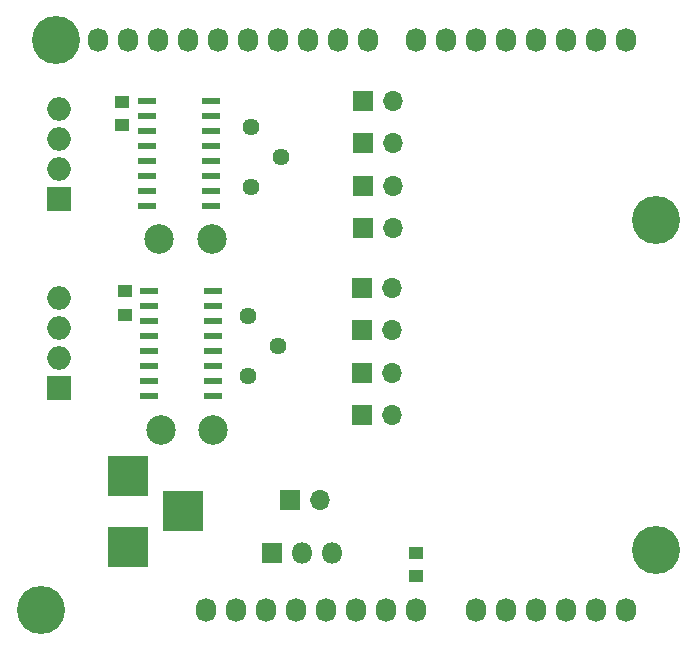
<source format=gbr>
G04 #@! TF.GenerationSoftware,KiCad,Pcbnew,(5.0.0-rc3-dev-14-g1a2291879)*
G04 #@! TF.CreationDate,2019-01-08T02:03:16-05:00*
G04 #@! TF.ProjectId,LoadCellShield,4C6F616443656C6C536869656C642E6B,rev?*
G04 #@! TF.SameCoordinates,Original*
G04 #@! TF.FileFunction,Soldermask,Top*
G04 #@! TF.FilePolarity,Negative*
%FSLAX46Y46*%
G04 Gerber Fmt 4.6, Leading zero omitted, Abs format (unit mm)*
G04 Created by KiCad (PCBNEW (5.0.0-rc3-dev-14-g1a2291879)) date 01/08/19 02:03:16*
%MOMM*%
%LPD*%
G01*
G04 APERTURE LIST*
%ADD10R,1.500000X0.600000*%
%ADD11C,2.499360*%
%ADD12R,3.500000X3.500000*%
%ADD13O,1.998980X1.998980*%
%ADD14R,1.998980X1.998980*%
%ADD15O,1.727200X2.032000*%
%ADD16C,4.064000*%
%ADD17R,1.250000X1.000000*%
%ADD18C,1.440000*%
%ADD19O,1.700000X1.700000*%
%ADD20R,1.700000X1.700000*%
%ADD21O,1.800000X1.800000*%
%ADD22R,1.800000X1.800000*%
G04 APERTURE END LIST*
D10*
G04 #@! TO.C,IC2*
X139387504Y-80803508D03*
X139387504Y-82073508D03*
X139387504Y-83343508D03*
X139387504Y-84613508D03*
X139387504Y-85883508D03*
X139387504Y-87153508D03*
X139387504Y-88423508D03*
X139387504Y-89693508D03*
X133987504Y-89693508D03*
X133987504Y-88423508D03*
X133987504Y-87153508D03*
X133987504Y-85883508D03*
X133987504Y-84613508D03*
X133987504Y-83343508D03*
X133987504Y-82073508D03*
X133987504Y-80803508D03*
G04 #@! TD*
D11*
G04 #@! TO.C,TP11*
X135001000Y-92456000D03*
G04 #@! TD*
G04 #@! TO.C,TP12*
X139446000Y-92456000D03*
G04 #@! TD*
G04 #@! TO.C,TP10*
X139573000Y-108585000D03*
G04 #@! TD*
G04 #@! TO.C,TP9*
X135128000Y-108585000D03*
G04 #@! TD*
D12*
G04 #@! TO.C,J7*
X132334000Y-112491000D03*
X132334000Y-118491000D03*
X137034000Y-115491000D03*
G04 #@! TD*
D13*
G04 #@! TO.C,J2*
X126492000Y-83947000D03*
X126492000Y-86487000D03*
D14*
X126492000Y-89027000D03*
D13*
X126492000Y-81407000D03*
G04 #@! TD*
D15*
G04 #@! TO.C,P1*
X138938000Y-123825000D03*
X141478000Y-123825000D03*
X144018000Y-123825000D03*
X146558000Y-123825000D03*
X149098000Y-123825000D03*
X151638000Y-123825000D03*
X154178000Y-123825000D03*
X156718000Y-123825000D03*
G04 #@! TD*
G04 #@! TO.C,P2*
X161798000Y-123825000D03*
X164338000Y-123825000D03*
X166878000Y-123825000D03*
X169418000Y-123825000D03*
X171958000Y-123825000D03*
X174498000Y-123825000D03*
G04 #@! TD*
G04 #@! TO.C,P3*
X129794000Y-75565000D03*
X132334000Y-75565000D03*
X134874000Y-75565000D03*
X137414000Y-75565000D03*
X139954000Y-75565000D03*
X142494000Y-75565000D03*
X145034000Y-75565000D03*
X147574000Y-75565000D03*
X150114000Y-75565000D03*
X152654000Y-75565000D03*
G04 #@! TD*
G04 #@! TO.C,P4*
X156718000Y-75565000D03*
X159258000Y-75565000D03*
X161798000Y-75565000D03*
X164338000Y-75565000D03*
X166878000Y-75565000D03*
X169418000Y-75565000D03*
X171958000Y-75565000D03*
X174498000Y-75565000D03*
G04 #@! TD*
D16*
G04 #@! TO.C,P5*
X124968000Y-123825000D03*
G04 #@! TD*
G04 #@! TO.C,P6*
X177038000Y-118745000D03*
G04 #@! TD*
G04 #@! TO.C,P7*
X126238000Y-75565000D03*
G04 #@! TD*
G04 #@! TO.C,P8*
X177038000Y-90805000D03*
G04 #@! TD*
D17*
G04 #@! TO.C,C1*
X132087640Y-96849260D03*
X132087640Y-98849260D03*
G04 #@! TD*
G04 #@! TO.C,C2*
X131900685Y-82829096D03*
X131900685Y-80829096D03*
G04 #@! TD*
D10*
G04 #@! TO.C,IC1*
X134187640Y-96863344D03*
X134187640Y-98133344D03*
X134187640Y-99403344D03*
X134187640Y-100673344D03*
X134187640Y-101943344D03*
X134187640Y-103213344D03*
X134187640Y-104483344D03*
X134187640Y-105753344D03*
X139587640Y-105753344D03*
X139587640Y-104483344D03*
X139587640Y-103213344D03*
X139587640Y-101943344D03*
X139587640Y-100673344D03*
X139587640Y-99403344D03*
X139587640Y-98133344D03*
X139587640Y-96863344D03*
G04 #@! TD*
D13*
G04 #@! TO.C,J1*
X126492000Y-97409000D03*
D14*
X126492000Y-105029000D03*
D13*
X126492000Y-102489000D03*
X126492000Y-99949000D03*
G04 #@! TD*
D18*
G04 #@! TO.C,RV1*
X142494000Y-104013000D03*
X145034000Y-101473000D03*
X142494000Y-98933000D03*
G04 #@! TD*
G04 #@! TO.C,RV2*
X142748000Y-82931000D03*
X145288000Y-85471000D03*
X142748000Y-88011000D03*
G04 #@! TD*
D19*
G04 #@! TO.C,TP1*
X154775232Y-91527945D03*
D20*
X152235232Y-91527945D03*
G04 #@! TD*
G04 #@! TO.C,TP2*
X152235232Y-87927945D03*
D19*
X154775232Y-87927945D03*
G04 #@! TD*
G04 #@! TO.C,TP3*
X154775232Y-84327945D03*
D20*
X152235232Y-84327945D03*
G04 #@! TD*
G04 #@! TO.C,TP4*
X152235232Y-80727945D03*
D19*
X154775232Y-80727945D03*
G04 #@! TD*
G04 #@! TO.C,TP5*
X154742641Y-107386568D03*
D20*
X152202641Y-107386568D03*
G04 #@! TD*
G04 #@! TO.C,TP6*
X152202641Y-103786568D03*
D19*
X154742641Y-103786568D03*
G04 #@! TD*
G04 #@! TO.C,TP7*
X154742641Y-100186568D03*
D20*
X152202641Y-100186568D03*
G04 #@! TD*
G04 #@! TO.C,TP8*
X152202641Y-96586568D03*
D19*
X154742641Y-96586568D03*
G04 #@! TD*
D17*
G04 #@! TO.C,C3*
X156718000Y-119015000D03*
X156718000Y-121015000D03*
G04 #@! TD*
D21*
G04 #@! TO.C,U1*
X149606000Y-118999000D03*
X147066000Y-118999000D03*
D22*
X144526000Y-118999000D03*
G04 #@! TD*
D20*
G04 #@! TO.C,REF\002A\002A*
X146050000Y-114554000D03*
D19*
X148590000Y-114554000D03*
G04 #@! TD*
M02*

</source>
